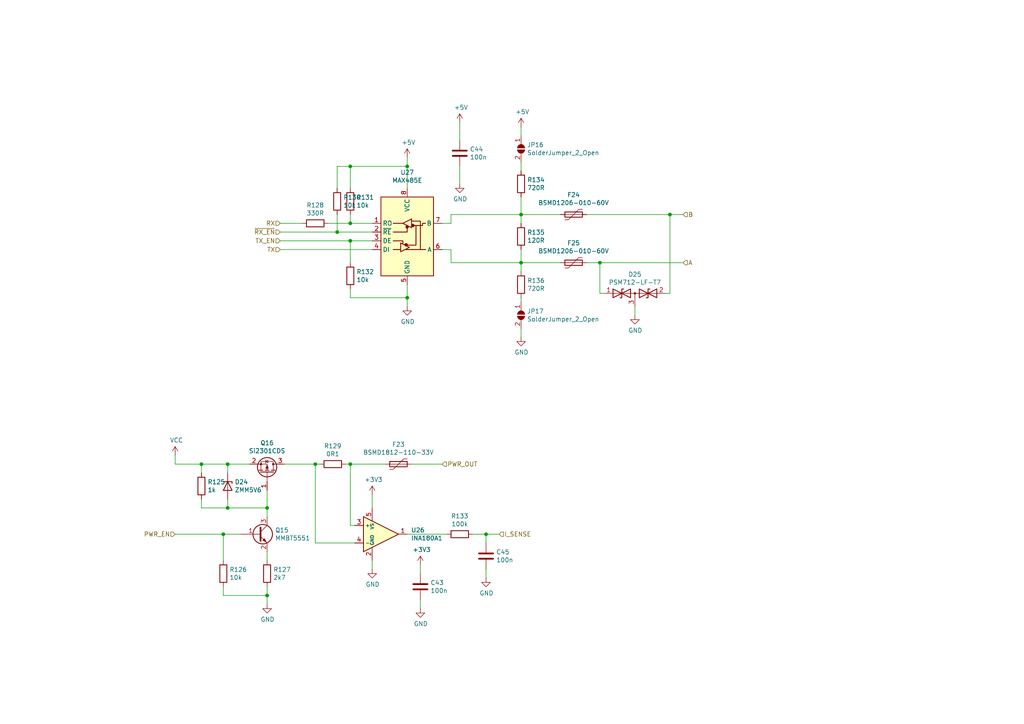
<source format=kicad_sch>
(kicad_sch (version 20211123) (generator eeschema)
  (paper "A4")
  (lib_symbols
    (symbol "Arm_interface_board-cache:custom_INA180"
      (property "Reference" "U" (at 0 5.08 0))
      (property "Value" "Arm_interface_board-cache_custom_INA180" (at 0 -5.08 0))
      (symbol "custom_INA180_0_1"
        (polyline (pts (xy -5.08 5.08) (xy 5.08 0) (xy -5.08 -5.08) (xy -5.08 5.08)) (stroke (width 0.254)) (fill (type background)))
        (pin power_in line (at -2.54 -7.62 90) (length 3.81) (name "GND") (number "2"))
        (pin power_in line (at -2.54 7.62 270) (length 3.81) (name "VS") (number "5"))
      )
      (symbol "custom_INA180_1_1"
        (pin output line (at 7.62 0 180) (length 2.54) (name "~") (number "1"))
        (pin input line (at -7.62 2.54 0) (length 2.54) (name "+") (number "3"))
        (pin input line (at -7.62 -2.54 0) (length 2.54) (name "-") (number "4"))
      )
    )
    (symbol "Device:C" (pin_numbers hide) (pin_names (offset 0.254))
      (property "Reference" "C" (at 0.635 2.54 0))
      (property "Value" "Device_C" (at 0.635 -2.54 0))
      (symbol "C_0_1"
        (polyline (pts (xy -2.032 -0.762) (xy 2.032 -0.762)) (stroke (width 0.508)))
        (polyline (pts (xy -2.032 0.762) (xy 2.032 0.762)) (stroke (width 0.508)))
      )
      (symbol "C_1_1"
        (pin passive line (at 0 3.81 270) (length 2.794) (name "~") (number "1"))
        (pin passive line (at 0 -3.81 90) (length 2.794) (name "~") (number "2"))
      )
    )
    (symbol "Device:D_TVS_x2_AAC" (pin_names (offset 1.016) hide)
      (property "Reference" "D" (at 0 4.445 0))
      (property "Value" "Device_D_TVS_x2_AAC" (at 0 2.54 0))
      (symbol "D_TVS_x2_AAC_0_0"
        (polyline (pts (xy 0 -1.27) (xy 0 0)))
      )
      (symbol "D_TVS_x2_AAC_0_1"
        (polyline (pts (xy -6.35 0) (xy 6.35 0)))
        (polyline (pts (xy -3.302 1.27) (xy -3.81 1.27) (xy -3.81 -1.27) (xy -4.318 -1.27)) (stroke (width 0.254)))
        (polyline (pts (xy 4.318 1.27) (xy 3.81 1.27) (xy 3.81 -1.27) (xy 3.302 -1.27)) (stroke (width 0.254)))
        (polyline (pts (xy -6.35 1.27) (xy -1.27 -1.27) (xy -1.27 1.27) (xy -6.35 -1.27) (xy -6.35 1.27)) (stroke (width 0.254)))
        (polyline (pts (xy 6.35 1.27) (xy 1.27 -1.27) (xy 1.27 1.27) (xy 6.35 -1.27) (xy 6.35 1.27)) (stroke (width 0.254)))
        (circle (center 0 0) (radius 0.254) (fill (type outline)))
      )
      (symbol "D_TVS_x2_AAC_1_1"
        (pin passive line (at -8.89 0 0) (length 2.54) (name "A1") (number "1"))
        (pin passive line (at 8.89 0 180) (length 2.54) (name "A2") (number "2"))
        (pin input line (at 0 -3.81 90) (length 2.54) (name "common") (number "3"))
      )
    )
    (symbol "Device:Polyfuse" (pin_numbers hide) (pin_names (offset 0))
      (property "Reference" "F" (at -2.54 0 90))
      (property "Value" "Device_Polyfuse" (at 2.54 0 90))
      (symbol "Polyfuse_0_1"
        (rectangle (start -0.762 2.54) (end 0.762 -2.54) (stroke (width 0.254)))
        (polyline (pts (xy 0 2.54) (xy 0 -2.54)))
        (polyline (pts (xy -1.524 2.54) (xy -1.524 1.524) (xy 1.524 -1.524) (xy 1.524 -2.54)))
      )
      (symbol "Polyfuse_1_1"
        (pin passive line (at 0 3.81 270) (length 1.27) (name "~") (number "1"))
        (pin passive line (at 0 -3.81 90) (length 1.27) (name "~") (number "2"))
      )
    )
    (symbol "Device:Q_NPN_BEC" (pin_names (offset 0) hide)
      (property "Reference" "Q" (at 5.08 1.27 0))
      (property "Value" "Device_Q_NPN_BEC" (at 5.08 -1.27 0))
      (symbol "Q_NPN_BEC_0_1"
        (polyline (pts (xy 0.635 0.635) (xy 2.54 2.54)))
        (polyline (pts (xy 0.635 -0.635) (xy 2.54 -2.54) (xy 2.54 -2.54)))
        (polyline (pts (xy 0.635 1.905) (xy 0.635 -1.905) (xy 0.635 -1.905)) (stroke (width 0.508)))
        (polyline (pts (xy 1.27 -1.778) (xy 1.778 -1.27) (xy 2.286 -2.286) (xy 1.27 -1.778) (xy 1.27 -1.778)) (fill (type outline)))
        (circle (center 1.27 0) (radius 2.8194) (stroke (width 0.254)))
      )
      (symbol "Q_NPN_BEC_1_1"
        (pin input line (at -5.08 0 0) (length 5.715) (name "B") (number "1"))
        (pin passive line (at 2.54 -5.08 90) (length 2.54) (name "E") (number "2"))
        (pin passive line (at 2.54 5.08 270) (length 2.54) (name "C") (number "3"))
      )
    )
    (symbol "Device:R" (pin_numbers hide) (pin_names (offset 0))
      (property "Reference" "R" (at 2.032 0 90))
      (property "Value" "Device_R" (at 0 0 90))
      (symbol "R_0_1"
        (rectangle (start -1.016 -2.54) (end 1.016 2.54) (stroke (width 0.254)))
      )
      (symbol "R_1_1"
        (pin passive line (at 0 3.81 270) (length 1.27) (name "~") (number "1"))
        (pin passive line (at 0 -3.81 90) (length 1.27) (name "~") (number "2"))
      )
    )
    (symbol "Diode:ZMMxx" (pin_numbers hide) (pin_names (offset 1.016) hide)
      (property "Reference" "D" (at 0 2.54 0))
      (property "Value" "Diode_ZMMxx" (at 0 -2.54 0))
      (symbol "ZMMxx_0_1"
        (polyline (pts (xy 1.27 0) (xy -1.27 0)))
        (polyline (pts (xy -1.27 -1.27) (xy -1.27 1.27) (xy -0.762 1.27)) (stroke (width 0.254)))
        (polyline (pts (xy 1.27 -1.27) (xy 1.27 1.27) (xy -1.27 0) (xy 1.27 -1.27)) (stroke (width 0.254)))
      )
      (symbol "ZMMxx_1_1"
        (pin passive line (at -3.81 0 0) (length 2.54) (name "K") (number "1"))
        (pin passive line (at 3.81 0 180) (length 2.54) (name "A") (number "2"))
      )
    )
    (symbol "Interface_UART:MAX485E"
      (property "Reference" "U" (at -6.096 11.43 0))
      (property "Value" "Interface_UART_MAX485E" (at 0.762 11.43 0))
      (symbol "MAX485E_0_1"
        (rectangle (start -7.62 10.16) (end 7.62 -12.7) (stroke (width 0.254)) (fill (type background)))
        (circle (center -0.3048 -3.683) (radius 0.3556) (stroke (width 0.254)) (fill (type outline)))
        (circle (center -0.0254 1.4986) (radius 0.3556) (stroke (width 0.254)) (fill (type outline)))
        (polyline (pts (xy -4.064 -5.08) (xy -1.905 -5.08)) (stroke (width 0.254)))
        (polyline (pts (xy -4.064 2.54) (xy -1.27 2.54)) (stroke (width 0.254)))
        (polyline (pts (xy -1.27 -3.2004) (xy -1.27 -3.4544)) (stroke (width 0.254)))
        (polyline (pts (xy -0.635 -5.08) (xy 5.334 -5.08)) (stroke (width 0.254)))
        (polyline (pts (xy -4.064 -2.54) (xy -1.27 -2.54) (xy -1.27 -3.175)) (stroke (width 0.254)))
        (polyline (pts (xy 0 1.27) (xy 0 0) (xy -4.064 0)) (stroke (width 0.254)))
        (polyline (pts (xy 1.27 3.175) (xy 3.81 3.175) (xy 3.81 -5.08)) (stroke (width 0.254)))
        (polyline (pts (xy 2.54 1.905) (xy 2.54 -3.81) (xy 0 -3.81)) (stroke (width 0.254)))
        (polyline (pts (xy -1.905 -3.175) (xy -1.905 -5.715) (xy 0.635 -4.445) (xy -1.905 -3.175)) (stroke (width 0.254)))
        (polyline (pts (xy -1.27 2.54) (xy 1.27 3.81) (xy 1.27 1.27) (xy -1.27 2.54)) (stroke (width 0.254)))
        (polyline (pts (xy 1.905 1.905) (xy 4.445 1.905) (xy 4.445 2.54) (xy 5.334 2.54)) (stroke (width 0.254)))
        (rectangle (start 1.27 3.175) (end 1.27 3.175))
        (circle (center 1.651 1.905) (radius 0.3556) (stroke (width 0.254)) (fill (type outline)))
      )
      (symbol "MAX485E_1_1"
        (pin output line (at -10.16 2.54 0) (length 2.54) (name "RO") (number "1"))
        (pin input line (at -10.16 0 0) (length 2.54) (name "~{RE}") (number "2"))
        (pin input line (at -10.16 -2.54 0) (length 2.54) (name "DE") (number "3"))
        (pin input line (at -10.16 -5.08 0) (length 2.54) (name "DI") (number "4"))
        (pin power_in line (at 0 -15.24 90) (length 2.54) (name "GND") (number "5"))
        (pin bidirectional line (at 10.16 -5.08 180) (length 2.54) (name "A") (number "6"))
        (pin bidirectional line (at 10.16 2.54 180) (length 2.54) (name "B") (number "7"))
        (pin power_in line (at 0 12.7 270) (length 2.54) (name "VCC") (number "8"))
      )
    )
    (symbol "Jumper:SolderJumper_2_Open" (pin_names (offset 0) hide)
      (property "Reference" "JP" (at 0 2.032 0))
      (property "Value" "Jumper_SolderJumper_2_Open" (at 0 -2.54 0))
      (symbol "SolderJumper_2_Open_0_1"
        (arc (start -0.254 1.016) (mid -1.27 0) (end -0.254 -1.016))
        (arc (start -0.254 1.016) (mid -1.27 0) (end -0.254 -1.016) (fill (type outline)))
        (polyline (pts (xy -0.254 1.016) (xy -0.254 -1.016)))
        (polyline (pts (xy 0.254 1.016) (xy 0.254 -1.016)))
        (arc (start 0.254 -1.016) (mid 1.27 0) (end 0.254 1.016))
        (arc (start 0.254 -1.016) (mid 1.27 0) (end 0.254 1.016) (fill (type outline)))
      )
      (symbol "SolderJumper_2_Open_1_1"
        (pin passive line (at -3.81 0 0) (length 2.54) (name "A") (number "1"))
        (pin passive line (at 3.81 0 180) (length 2.54) (name "B") (number "2"))
      )
    )
    (symbol "Transistor_FET:Si2319CDS" (pin_names hide)
      (property "Reference" "Q" (at 5.08 1.905 0))
      (property "Value" "Transistor_FET_Si2319CDS" (at 5.08 0 0))
      (symbol "Si2319CDS_0_1"
        (polyline (pts (xy 0.254 0) (xy -2.54 0)))
        (polyline (pts (xy 0.254 1.905) (xy 0.254 -1.905)) (stroke (width 0.254)))
        (polyline (pts (xy 0.762 -1.27) (xy 0.762 -2.286)) (stroke (width 0.254)))
        (polyline (pts (xy 0.762 0.508) (xy 0.762 -0.508)) (stroke (width 0.254)))
        (polyline (pts (xy 0.762 2.286) (xy 0.762 1.27)) (stroke (width 0.254)))
        (polyline (pts (xy 2.54 2.54) (xy 2.54 1.778)))
        (polyline (pts (xy 2.54 -2.54) (xy 2.54 0) (xy 0.762 0)))
        (polyline (pts (xy 0.762 1.778) (xy 3.302 1.778) (xy 3.302 -1.778) (xy 0.762 -1.778)))
        (polyline (pts (xy 2.286 0) (xy 1.27 0.381) (xy 1.27 -0.381) (xy 2.286 0)) (fill (type outline)))
        (polyline (pts (xy 2.794 -0.508) (xy 2.921 -0.381) (xy 3.683 -0.381) (xy 3.81 -0.254)))
        (polyline (pts (xy 3.302 -0.381) (xy 2.921 0.254) (xy 3.683 0.254) (xy 3.302 -0.381)))
        (circle (center 1.651 0) (radius 2.794) (stroke (width 0.254)))
        (circle (center 2.54 -1.778) (radius 0.254) (fill (type outline)))
        (circle (center 2.54 1.778) (radius 0.254) (fill (type outline)))
      )
      (symbol "Si2319CDS_1_1"
        (pin input line (at -5.08 0 0) (length 2.54) (name "G") (number "1"))
        (pin passive line (at 2.54 -5.08 90) (length 2.54) (name "S") (number "2"))
        (pin passive line (at 2.54 5.08 270) (length 2.54) (name "D") (number "3"))
      )
    )
    (symbol "power:+3V3" (power) (pin_names (offset 0))
      (property "Value" "power_+3V3" (at 0 3.556 0))
      (symbol "+3V3_0_1"
        (polyline (pts (xy -0.762 1.27) (xy 0 2.54)))
        (polyline (pts (xy 0 0) (xy 0 2.54)))
        (polyline (pts (xy 0 2.54) (xy 0.762 1.27)))
      )
      (symbol "+3V3_1_1"
        (pin power_in line (at 0 0 90) (length 0) hide (name "+3V3") (number "1"))
      )
    )
    (symbol "power:+5V" (power) (pin_names (offset 0))
      (property "Value" "power_+5V" (at 0 3.556 0))
      (symbol "+5V_0_1"
        (polyline (pts (xy -0.762 1.27) (xy 0 2.54)))
        (polyline (pts (xy 0 0) (xy 0 2.54)))
        (polyline (pts (xy 0 2.54) (xy 0.762 1.27)))
      )
      (symbol "+5V_1_1"
        (pin power_in line (at 0 0 90) (length 0) hide (name "+5V") (number "1"))
      )
    )
    (symbol "power:GND" (power) (pin_names (offset 0))
      (property "Value" "power_GND" (at 0 -3.81 0))
      (symbol "GND_0_1"
        (polyline (pts (xy 0 0) (xy 0 -1.27) (xy 1.27 -1.27) (xy 0 -2.54) (xy -1.27 -1.27) (xy 0 -1.27)))
      )
      (symbol "GND_1_1"
        (pin power_in line (at 0 0 270) (length 0) hide (name "GND") (number "1"))
      )
    )
    (symbol "power:VCC" (power) (pin_names (offset 0))
      (property "Value" "power_VCC" (at 0 3.81 0))
      (symbol "VCC_0_1"
        (polyline (pts (xy -0.762 1.27) (xy 0 2.54)))
        (polyline (pts (xy 0 0) (xy 0 2.54)))
        (polyline (pts (xy 0 2.54) (xy 0.762 1.27)))
      )
      (symbol "VCC_1_1"
        (pin power_in line (at 0 0 90) (length 0) hide (name "VCC") (number "1"))
      )
    )
  )
  (junction (at 101.6 64.77))
  (junction (at 151.13 76.2))
  (junction (at 66.04 134.62))
  (junction (at 77.47 172.72))
  (junction (at 194.31 62.23))
  (junction (at 97.79 67.31))
  (junction (at 58.42 134.62))
  (junction (at 77.47 147.32))
  (junction (at 101.6 69.85))
  (junction (at 101.6 134.62))
  (junction (at 118.11 86.36))
  (junction (at 64.77 154.94))
  (junction (at 118.11 48.26))
  (junction (at 173.99 76.2))
  (junction (at 101.6 48.26))
  (junction (at 66.04 147.32))
  (junction (at 140.97 154.94))
  (junction (at 151.13 62.23))
  (junction (at 91.44 134.62))
  (wire (pts (xy 101.6 48.26) (xy 118.11 48.26)))
  (wire (pts (xy 118.11 48.26) (xy 118.11 54.61)))
  (wire (pts (xy 66.04 137.16) (xy 66.04 134.62)))
  (wire (pts (xy 58.42 144.78) (xy 58.42 147.32)))
  (wire (pts (xy 77.47 160.02) (xy 77.47 162.56)))
  (wire (pts (xy 58.42 147.32) (xy 66.04 147.32)))
  (wire (pts (xy 82.55 134.62) (xy 91.44 134.62)))
  (wire (pts (xy 69.85 154.94) (xy 64.77 154.94)))
  (wire (pts (xy 102.87 152.4) (xy 101.6 152.4)))
  (wire (pts (xy 133.35 48.26) (xy 133.35 53.34)))
  (wire (pts (xy 101.6 69.85) (xy 81.28 69.85)))
  (wire (pts (xy 194.31 62.23) (xy 198.12 62.23)))
  (wire (pts (xy 133.35 40.64) (xy 133.35 35.56)))
  (wire (pts (xy 97.79 62.23) (xy 97.79 67.31)))
  (wire (pts (xy 151.13 64.77) (xy 151.13 62.23)))
  (wire (pts (xy 97.79 54.61) (xy 97.79 48.26)))
  (wire (pts (xy 118.11 86.36) (xy 118.11 88.9)))
  (wire (pts (xy 77.47 172.72) (xy 77.47 175.26)))
  (wire (pts (xy 50.8 132.08) (xy 50.8 134.62)))
  (wire (pts (xy 107.95 67.31) (xy 97.79 67.31)))
  (wire (pts (xy 101.6 86.36) (xy 118.11 86.36)))
  (wire (pts (xy 151.13 87.63) (xy 151.13 86.36)))
  (wire (pts (xy 184.15 91.44) (xy 184.15 88.9)))
  (wire (pts (xy 101.6 134.62) (xy 111.76 134.62)))
  (wire (pts (xy 66.04 134.62) (xy 72.39 134.62)))
  (wire (pts (xy 95.25 64.77) (xy 101.6 64.77)))
  (wire (pts (xy 91.44 157.48) (xy 102.87 157.48)))
  (wire (pts (xy 66.04 144.78) (xy 66.04 147.32)))
  (wire (pts (xy 50.8 134.62) (xy 58.42 134.62)))
  (wire (pts (xy 128.27 72.39) (xy 130.81 72.39)))
  (wire (pts (xy 119.38 134.62) (xy 128.27 134.62)))
  (wire (pts (xy 130.81 72.39) (xy 130.81 76.2)))
  (wire (pts (xy 101.6 64.77) (xy 107.95 64.77)))
  (wire (pts (xy 121.92 173.99) (xy 121.92 176.53)))
  (wire (pts (xy 151.13 49.53) (xy 151.13 46.99)))
  (wire (pts (xy 151.13 76.2) (xy 151.13 78.74)))
  (wire (pts (xy 118.11 154.94) (xy 129.54 154.94)))
  (wire (pts (xy 173.99 76.2) (xy 198.12 76.2)))
  (wire (pts (xy 107.95 72.39) (xy 81.28 72.39)))
  (wire (pts (xy 64.77 172.72) (xy 77.47 172.72)))
  (wire (pts (xy 140.97 154.94) (xy 137.16 154.94)))
  (wire (pts (xy 151.13 97.79) (xy 151.13 95.25)))
  (wire (pts (xy 91.44 134.62) (xy 92.71 134.62)))
  (wire (pts (xy 173.99 85.09) (xy 173.99 76.2)))
  (wire (pts (xy 140.97 167.64) (xy 140.97 165.1)))
  (wire (pts (xy 101.6 48.26) (xy 101.6 54.61)))
  (wire (pts (xy 101.6 76.2) (xy 101.6 69.85)))
  (wire (pts (xy 58.42 134.62) (xy 66.04 134.62)))
  (wire (pts (xy 170.18 76.2) (xy 173.99 76.2)))
  (wire (pts (xy 101.6 83.82) (xy 101.6 86.36)))
  (wire (pts (xy 130.81 62.23) (xy 151.13 62.23)))
  (wire (pts (xy 194.31 85.09) (xy 194.31 62.23)))
  (wire (pts (xy 100.33 134.62) (xy 101.6 134.62)))
  (wire (pts (xy 101.6 62.23) (xy 101.6 64.77)))
  (wire (pts (xy 130.81 76.2) (xy 151.13 76.2)))
  (wire (pts (xy 97.79 48.26) (xy 101.6 48.26)))
  (wire (pts (xy 151.13 36.83) (xy 151.13 39.37)))
  (wire (pts (xy 144.78 154.94) (xy 140.97 154.94)))
  (wire (pts (xy 121.92 163.83) (xy 121.92 166.37)))
  (wire (pts (xy 87.63 64.77) (xy 81.28 64.77)))
  (wire (pts (xy 77.47 147.32) (xy 77.47 142.24)))
  (wire (pts (xy 107.95 143.51) (xy 107.95 147.32)))
  (wire (pts (xy 118.11 45.72) (xy 118.11 48.26)))
  (wire (pts (xy 77.47 147.32) (xy 77.47 149.86)))
  (wire (pts (xy 170.18 62.23) (xy 194.31 62.23)))
  (wire (pts (xy 107.95 162.56) (xy 107.95 165.1)))
  (wire (pts (xy 130.81 64.77) (xy 130.81 62.23)))
  (wire (pts (xy 151.13 72.39) (xy 151.13 76.2)))
  (wire (pts (xy 175.26 85.09) (xy 173.99 85.09)))
  (wire (pts (xy 107.95 69.85) (xy 101.6 69.85)))
  (wire (pts (xy 140.97 157.48) (xy 140.97 154.94)))
  (wire (pts (xy 77.47 170.18) (xy 77.47 172.72)))
  (wire (pts (xy 64.77 170.18) (xy 64.77 172.72)))
  (wire (pts (xy 128.27 64.77) (xy 130.81 64.77)))
  (wire (pts (xy 151.13 62.23) (xy 151.13 57.15)))
  (wire (pts (xy 64.77 154.94) (xy 64.77 162.56)))
  (wire (pts (xy 91.44 134.62) (xy 91.44 157.48)))
  (wire (pts (xy 101.6 152.4) (xy 101.6 134.62)))
  (wire (pts (xy 97.79 67.31) (xy 81.28 67.31)))
  (wire (pts (xy 151.13 76.2) (xy 162.56 76.2)))
  (wire (pts (xy 58.42 137.16) (xy 58.42 134.62)))
  (wire (pts (xy 193.04 85.09) (xy 194.31 85.09)))
  (wire (pts (xy 118.11 82.55) (xy 118.11 86.36)))
  (wire (pts (xy 64.77 154.94) (xy 50.8 154.94)))
  (wire (pts (xy 66.04 147.32) (xy 77.47 147.32)))
  (wire (pts (xy 151.13 62.23) (xy 162.56 62.23)))
  (hierarchical_label "TX" (shape input) (at 81.28 72.39 180))
  (hierarchical_label "PWR_EN" (shape input) (at 50.8 154.94 180))
  (hierarchical_label "I_SENSE" (shape input) (at 144.78 154.94 0))
  (hierarchical_label "RX" (shape input) (at 81.28 64.77 180))
  (hierarchical_label "A" (shape input) (at 198.12 76.2 0))
  (hierarchical_label "~{RX_EN}" (shape input) (at 81.28 67.31 180))
  (hierarchical_label "TX_EN" (shape input) (at 81.28 69.85 180))
  (hierarchical_label "PWR_OUT" (shape input) (at 128.27 134.62 0))
  (hierarchical_label "B" (shape input) (at 198.12 62.23 0))
  (symbol (lib_id "Interface_UART:MAX485E") (at 118.11 67.31 0)
    (property "Reference" "U27" (at 118.11 50.0126 0))
    (property "Value" "MAX485E" (at 118.11 52.324 0))
    (property "Footprint" "Package_SO:SOIC-8_3.9x4.9mm_P1.27mm" (effects hide))
    (property "Datasheet" "https://datasheets.maximintegrated.com/en/ds/MAX1487E-MAX491E.pdf" (effects hide))
    (property "LCSC" "C6855" (effects hide))
  )
  (symbol (lib_id "Device:R") (at 151.13 53.34 0)
    (property "Reference" "R134" (at 152.908 52.1716 0) (effects (justify left)))
    (property "Value" "720R" (at 152.908 54.483 0) (effects (justify left)))
    (property "Footprint" "Resistor_SMD:R_0603_1608Metric" (effects hide))
    (property "LCSC" "C23241" (effects hide))
  )
  (symbol (lib_id "Device:R") (at 151.13 68.58 0)
    (property "Reference" "R135" (at 152.908 67.4116 0) (effects (justify left)))
    (property "Value" "120R" (at 152.908 69.723 0) (effects (justify left)))
    (property "Footprint" "Resistor_SMD:R_0603_1608Metric" (effects hide))
    (property "LCSC" "C22787" (effects hide))
  )
  (symbol (lib_id "Device:R") (at 151.13 82.55 0)
    (property "Reference" "R136" (at 152.908 81.3816 0) (effects (justify left)))
    (property "Value" "720R" (at 152.908 83.693 0) (effects (justify left)))
    (property "Footprint" "Resistor_SMD:R_0603_1608Metric" (effects hide))
    (property "LCSC" "C23241" (effects hide))
  )
  (symbol (lib_id "Device:Polyfuse") (at 166.37 62.23 270)
    (property "Reference" "F24" (at 166.37 56.515 90))
    (property "Value" "BSMD1206-010-60V" (at 166.37 58.8264 90))
    (property "Footprint" "Fuse:Fuse_1206_3216Metric" (effects hide))
    (property "LCSC" "C883116" (effects hide))
  )
  (symbol (lib_id "Device:Polyfuse") (at 166.37 76.2 270)
    (property "Reference" "F25" (at 166.37 70.485 90))
    (property "Value" "BSMD1206-010-60V" (at 166.37 72.7964 90))
    (property "Footprint" "Fuse:Fuse_1206_3216Metric" (effects hide))
    (property "LCSC" "C883116" (effects hide))
  )
  (symbol (lib_id "power:+5V") (at 118.11 45.72 0)
    (property "Reference" "#PWR0279" (effects hide))
    (property "Value" "+5V" (at 118.491 41.3258 0))
  )
  (symbol (lib_id "power:GND") (at 118.11 88.9 0)
    (property "Reference" "#PWR0272" (effects hide))
    (property "Value" "GND" (at 118.237 93.2942 0))
  )
  (symbol (lib_id "power:GND") (at 133.35 53.34 0)
    (property "Reference" "#PWR0280" (effects hide))
    (property "Value" "GND" (at 133.477 57.7342 0))
  )
  (symbol (lib_id "power:+5V") (at 133.35 35.56 0)
    (property "Reference" "#PWR0281" (effects hide))
    (property "Value" "+5V" (at 133.731 31.1658 0))
  )
  (symbol (lib_id "Device:C") (at 133.35 44.45 0)
    (property "Reference" "C44" (at 136.271 43.2816 0) (effects (justify left)))
    (property "Value" "100n" (at 136.271 45.593 0) (effects (justify left)))
    (property "Footprint" "Capacitor_SMD:C_0603_1608Metric" (effects hide))
    (property "LCSC" "C14663" (effects hide))
  )
  (symbol (lib_id "Device:R") (at 101.6 58.42 0)
    (property "Reference" "R131" (at 103.378 57.2516 0) (effects (justify left)))
    (property "Value" "10k" (at 103.378 59.563 0) (effects (justify left)))
    (property "Footprint" "Resistor_SMD:R_0603_1608Metric" (effects hide))
    (property "LCSC" "C25804" (effects hide))
  )
  (symbol (lib_id "Device:R") (at 91.44 64.77 270)
    (property "Reference" "R128" (at 91.44 59.5122 90))
    (property "Value" "330R" (at 91.44 61.8236 90))
    (property "Footprint" "Resistor_SMD:R_0603_1608Metric" (effects hide))
    (property "LCSC" "C23138" (effects hide))
  )
  (symbol (lib_id "Device:D_TVS_x2_AAC") (at 184.15 85.09 0)
    (property "Reference" "D25" (at 184.15 79.5782 0))
    (property "Value" "PSM712-LF-T7" (at 184.15 81.8896 0))
    (property "Footprint" "Package_TO_SOT_SMD:SOT-23" (effects hide))
    (property "LCSC" "C32677" (effects hide))
  )
  (symbol (lib_id "power:GND") (at 184.15 91.44 0)
    (property "Reference" "#PWR0269" (effects hide))
    (property "Value" "GND" (at 184.277 95.8342 0))
  )
  (symbol (lib_id "power:+5V") (at 151.13 36.83 0)
    (property "Reference" "#PWR0282" (effects hide))
    (property "Value" "+5V" (at 151.511 32.4358 0))
  )
  (symbol (lib_id "power:GND") (at 151.13 97.79 0)
    (property "Reference" "#PWR0270" (effects hide))
    (property "Value" "GND" (at 151.257 102.1842 0))
  )
  (symbol (lib_id "Arm_interface_board-cache:custom_INA180") (at 110.49 154.94 0)
    (property "Reference" "U26" (at 119.2276 153.7716 0) (effects (justify left)))
    (property "Value" "INA180A1" (at 119.2276 156.083 0) (effects (justify left)))
    (property "Footprint" "Package_TO_SOT_SMD:SOT-23-5" (effects hide))
    (property "LCSC" "C122228" (effects hide))
  )
  (symbol (lib_id "power:VCC") (at 50.8 132.08 0)
    (property "Reference" "#PWR0271" (effects hide))
    (property "Value" "VCC" (at 51.181 127.6858 0))
  )
  (symbol (lib_id "power:GND") (at 107.95 165.1 0)
    (property "Reference" "#PWR0274" (effects hide))
    (property "Value" "GND" (at 108.077 169.4942 0))
  )
  (symbol (lib_id "power:+3V3") (at 107.95 143.51 0)
    (property "Reference" "#PWR0278" (effects hide))
    (property "Value" "+3V3" (at 108.331 139.1158 0))
  )
  (symbol (lib_id "Device:R") (at 96.52 134.62 270)
    (property "Reference" "R129" (at 96.52 129.3622 90))
    (property "Value" "0R1" (at 96.52 131.6736 90))
    (property "Footprint" "Resistor_SMD:R_1206_3216Metric" (effects hide))
    (property "LCSC" "C25334" (effects hide))
  )
  (symbol (lib_id "Device:Polyfuse") (at 115.57 134.62 90)
    (property "Reference" "F23" (at 115.57 128.905 90))
    (property "Value" "BSMD1812-110-33V" (at 115.57 131.2164 90))
    (property "Footprint" "Fuse:Fuse_1812_4532Metric" (effects hide))
    (property "LCSC" "C883150" (effects hide))
  )
  (symbol (lib_id "Transistor_FET:Si2319CDS") (at 77.47 137.16 270) (mirror x)
    (property "Reference" "Q16" (at 77.47 128.4732 90))
    (property "Value" "Si2301CDS" (at 77.47 130.7846 90))
    (property "Footprint" "Package_TO_SOT_SMD:SOT-23" (effects hide))
    (property "Datasheet" "http://www.vishay.com/docs/66709/si2319cd.pdf" (effects hide))
    (property "LCSC" "C10487" (effects hide))
  )
  (symbol (lib_id "Device:R") (at 58.42 140.97 0)
    (property "Reference" "R125" (at 60.198 139.8016 0) (effects (justify left)))
    (property "Value" "1k" (at 60.198 142.113 0) (effects (justify left)))
    (property "Footprint" "Resistor_SMD:R_0603_1608Metric" (effects hide))
    (property "LCSC" "C21190" (effects hide))
  )
  (symbol (lib_id "Diode:ZMMxx") (at 66.04 140.97 270)
    (property "Reference" "D24" (at 68.072 139.8016 90) (effects (justify left)))
    (property "Value" "ZMM5V6" (at 68.072 142.113 90) (effects (justify left)))
    (property "Footprint" "Diode_SMD:D_MiniMELF" (effects hide))
    (property "Datasheet" "https://diotec.com/tl_files/diotec/files/pdf/datasheets/zmm1.pdf" (effects hide))
    (property "LCSC" "C8062" (effects hide))
  )
  (symbol (lib_id "Device:Q_NPN_BEC") (at 74.93 154.94 0)
    (property "Reference" "Q15" (at 79.7814 153.7716 0) (effects (justify left)))
    (property "Value" "MMBT5551" (at 79.7814 156.083 0) (effects (justify left)))
    (property "Footprint" "Package_TO_SOT_SMD:SOT-23" (effects hide))
    (property "LCSC" "C2145" (effects hide))
  )
  (symbol (lib_id "Device:R") (at 77.47 166.37 0)
    (property "Reference" "R127" (at 79.248 165.2016 0) (effects (justify left)))
    (property "Value" "2k7" (at 79.248 167.513 0) (effects (justify left)))
    (property "Footprint" "Resistor_SMD:R_0603_1608Metric" (effects hide))
    (property "LCSC" "C13167" (effects hide))
  )
  (symbol (lib_id "power:GND") (at 77.47 175.26 0)
    (property "Reference" "#PWR0273" (effects hide))
    (property "Value" "GND" (at 77.597 179.6542 0))
  )
  (symbol (lib_id "Device:C") (at 121.92 170.18 0)
    (property "Reference" "C43" (at 124.841 169.0116 0) (effects (justify left)))
    (property "Value" "100n" (at 124.841 171.323 0) (effects (justify left)))
    (property "Footprint" "Capacitor_SMD:C_0603_1608Metric" (effects hide))
    (property "LCSC" "C14663" (effects hide))
  )
  (symbol (lib_id "power:GND") (at 121.92 176.53 0)
    (property "Reference" "#PWR0276" (effects hide))
    (property "Value" "GND" (at 122.047 180.9242 0))
  )
  (symbol (lib_id "power:+3V3") (at 121.92 163.83 0)
    (property "Reference" "#PWR0275" (effects hide))
    (property "Value" "+3V3" (at 122.301 159.4358 0))
  )
  (symbol (lib_id "Device:R") (at 97.79 58.42 0)
    (property "Reference" "R130" (at 99.568 57.2516 0) (effects (justify left)))
    (property "Value" "10k" (at 99.568 59.563 0) (effects (justify left)))
    (property "Footprint" "Resistor_SMD:R_0603_1608Metric" (effects hide))
    (property "LCSC" "C25804" (effects hide))
  )
  (symbol (lib_id "Device:R") (at 101.6 80.01 0)
    (property "Reference" "R132" (at 103.378 78.8416 0) (effects (justify left)))
    (property "Value" "10k" (at 103.378 81.153 0) (effects (justify left)))
    (property "Footprint" "Resistor_SMD:R_0603_1608Metric" (effects hide))
    (property "LCSC" "C25804" (effects hide))
  )
  (symbol (lib_id "Device:R") (at 64.77 166.37 0)
    (property "Reference" "R126" (at 66.548 165.2016 0) (effects (justify left)))
    (property "Value" "10k" (at 66.548 167.513 0) (effects (justify left)))
    (property "Footprint" "Resistor_SMD:R_0603_1608Metric" (effects hide))
    (property "LCSC" "C25804" (effects hide))
  )
  (symbol (lib_id "Jumper:SolderJumper_2_Open") (at 151.13 91.44 270)
    (property "Reference" "JP17" (at 152.8572 90.2716 90) (effects (justify left)))
    (property "Value" "SolderJumper_2_Open" (at 152.8572 92.583 90) (effects (justify left)))
    (property "Footprint" "Jumper:SolderJumper-2_P1.3mm_Open_TrianglePad1.0x1.5mm" (effects hide))
  )
  (symbol (lib_id "Jumper:SolderJumper_2_Open") (at 151.13 43.18 270)
    (property "Reference" "JP16" (at 152.8572 42.0116 90) (effects (justify left)))
    (property "Value" "SolderJumper_2_Open" (at 152.8572 44.323 90) (effects (justify left)))
    (property "Footprint" "Jumper:SolderJumper-2_P1.3mm_Open_TrianglePad1.0x1.5mm" (effects hide))
  )
  (symbol (lib_id "Device:R") (at 133.35 154.94 270)
    (property "Reference" "R133" (at 133.35 149.6822 90))
    (property "Value" "100k" (at 133.35 151.9936 90))
    (property "Footprint" "Resistor_SMD:R_0603_1608Metric" (effects hide))
    (property "LCSC" "C25803" (effects hide))
  )
  (symbol (lib_id "Device:C") (at 140.97 161.29 0)
    (property "Reference" "C45" (at 143.891 160.1216 0) (effects (justify left)))
    (property "Value" "100n" (at 143.891 162.433 0) (effects (justify left)))
    (property "Footprint" "Capacitor_SMD:C_0603_1608Metric" (effects hide))
    (property "LCSC" "C14663" (effects hide))
  )
  (symbol (lib_id "power:GND") (at 140.97 167.64 0)
    (property "Reference" "#PWR0277" (effects hide))
    (property "Value" "GND" (at 141.097 172.0342 0))
  )
)
</source>
